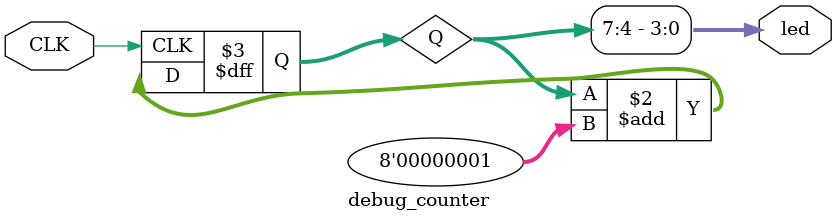
<source format=v>
`timescale 1ns / 1ps


module debug_counter(CLK, led);
input CLK;
output [3:0] led;
reg [7:0] Q;

always @(negedge CLK)
    Q = Q + 8'd1;

assign led[3:0] = Q[7:4];

endmodule

</source>
